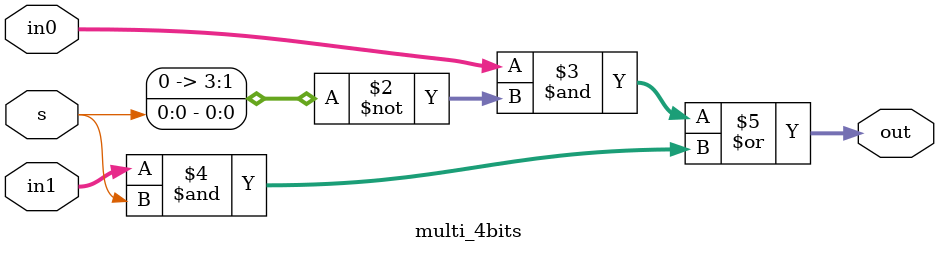
<source format=v>
module multi_4bits(out, in0, in1, s);
	input		[3:0]in0,in1;
	input		s;
	output	[3:0]out;
	
	assign out = (in0&~s)|(in1&s); 
endmodule
</source>
